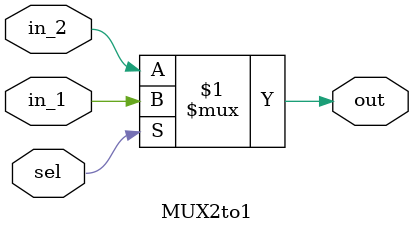
<source format=v>
module MUX2to1(
	input	in_1,
	input	in_2,
	input	sel,//the selector bit;
	output	out
);

	assign out = sel ? in_1 : in_2;

endmodule 
</source>
